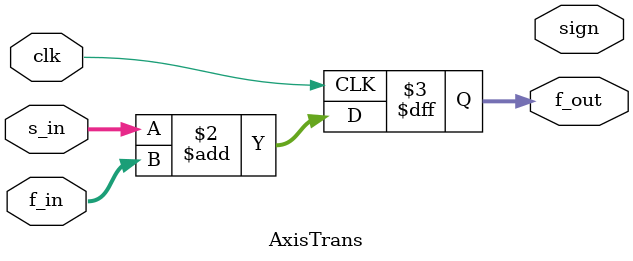
<source format=v>
module AxisTrans #(//include the adder
    parameter M = 4,                     // 输入整数位，最高位为符号位
    parameter N = 8,                      // 输入小数位
    parameter FUNC_TYPE = 0             // 0/1，选择功能类型(+,-)
)(
    input wire clk,
    input wire signed [M+N-1:0] f_in,    // 输入定点数（signed）
    input wire signed [M+N-1:0] s_in,
    output reg sign,                     // 输出符号位
    output reg signed [M+N-1:0] f_out    // 输出定点数的绝对值
);

always @(posedge clk) begin
    case (FUNC_TYPE)
        0: f_out <= s_in+f_in;
        1: f_out <= s_in-f_in;
    endcase
end

endmodule

</source>
